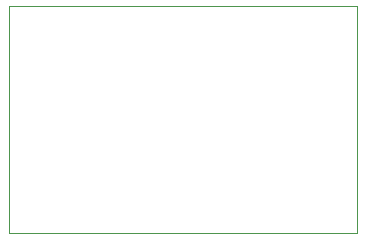
<source format=gbr>
%TF.GenerationSoftware,KiCad,Pcbnew,8.0.5*%
%TF.CreationDate,2024-09-27T23:05:58+12:00*%
%TF.ProjectId,LFR PCB,4c465220-5043-4422-9e6b-696361645f70,rev?*%
%TF.SameCoordinates,Original*%
%TF.FileFunction,Profile,NP*%
%FSLAX46Y46*%
G04 Gerber Fmt 4.6, Leading zero omitted, Abs format (unit mm)*
G04 Created by KiCad (PCBNEW 8.0.5) date 2024-09-27 23:05:58*
%MOMM*%
%LPD*%
G01*
G04 APERTURE LIST*
%TA.AperFunction,Profile*%
%ADD10C,0.050000*%
%TD*%
G04 APERTURE END LIST*
D10*
X226750000Y-85000000D02*
X226750000Y-65750000D01*
X256250000Y-85000000D02*
X226750000Y-85000000D01*
X256250000Y-65750000D02*
X256250000Y-85000000D01*
X226750000Y-65750000D02*
X256250000Y-65750000D01*
M02*

</source>
